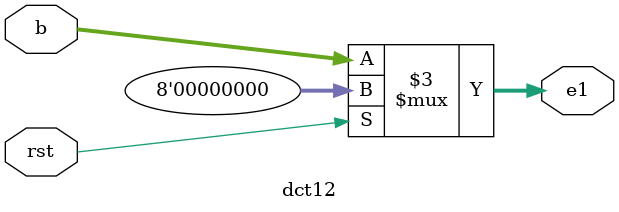
<source format=v>
`timescale 1ns / 1ps
module dct12(
input [7:0] b,
input rst,
output reg [7:0] e1 
);
always@(b,rst)
begin
  if(rst)
  begin 
	e1<=0;
	end
else 
  begin
   e1<=b;
end
end
endmodule 
</source>
